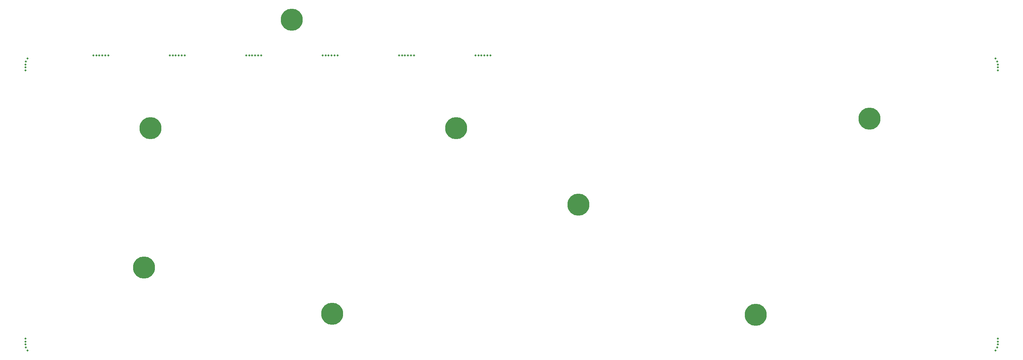
<source format=gbr>
%TF.GenerationSoftware,KiCad,Pcbnew,(7.0.0)*%
%TF.CreationDate,2023-05-06T02:08:23-05:00*%
%TF.ProjectId,Hull_V4N_Tray_Plate,48756c6c-5f56-4344-9e5f-547261795f50,rev?*%
%TF.SameCoordinates,Original*%
%TF.FileFunction,Soldermask,Bot*%
%TF.FilePolarity,Negative*%
%FSLAX46Y46*%
G04 Gerber Fmt 4.6, Leading zero omitted, Abs format (unit mm)*
G04 Created by KiCad (PCBNEW (7.0.0)) date 2023-05-06 02:08:23*
%MOMM*%
%LPD*%
G01*
G04 APERTURE LIST*
%ADD10C,0.500000*%
%ADD11C,5.500000*%
G04 APERTURE END LIST*
D10*
%TO.C,REF\u002A\u002A*%
X56887500Y-58154015D03*
X57627500Y-58154015D03*
X58367500Y-58154015D03*
X59107500Y-58154015D03*
X59847500Y-58154015D03*
X60587500Y-58154015D03*
%TD*%
%TO.C,REF\u002A\u002A*%
X75937500Y-58154015D03*
X76677500Y-58154015D03*
X77417500Y-58154015D03*
X78157500Y-58154015D03*
X78897500Y-58154015D03*
X79637500Y-58154015D03*
%TD*%
%TO.C,REF\u002A\u002A*%
X114037500Y-58154015D03*
X114777500Y-58154015D03*
X115517500Y-58154015D03*
X116257500Y-58154015D03*
X116997500Y-58154015D03*
X117737500Y-58154015D03*
%TD*%
%TO.C,REF\u002A\u002A*%
X94987500Y-58154015D03*
X95727500Y-58154015D03*
X96467500Y-58154015D03*
X97207500Y-58154015D03*
X97947500Y-58154015D03*
X98687500Y-58154015D03*
%TD*%
%TO.C,REF\u002A\u002A*%
X133087500Y-58154015D03*
X133827500Y-58154015D03*
X134567500Y-58154015D03*
X135307500Y-58154015D03*
X136047500Y-58154015D03*
X136787500Y-58154015D03*
%TD*%
%TO.C,REF\u002A\u002A*%
X37837500Y-58154015D03*
X40797500Y-58154015D03*
X38577500Y-58154015D03*
X40057500Y-58154015D03*
X39317500Y-58154015D03*
X41537500Y-58154015D03*
%TD*%
%TO.C,REF\u002A\u002A*%
X263275000Y-129380000D03*
X263275000Y-130120000D03*
X263275000Y-128640000D03*
X263125000Y-130860000D03*
X262725000Y-131600000D03*
%TD*%
D11*
%TO.C,*%
X202974795Y-122700400D03*
%TD*%
%TO.C,*%
X52037503Y-76200501D03*
%TD*%
%TO.C,*%
X97387502Y-122500402D03*
%TD*%
%TO.C,*%
X231274795Y-73900499D03*
%TD*%
D10*
%TO.C,REF\u002A\u002A*%
X21437502Y-58900001D03*
X20887502Y-61120001D03*
X20887502Y-60380001D03*
X20887502Y-61860001D03*
X21037502Y-59640001D03*
%TD*%
D11*
%TO.C,*%
X158724796Y-95300501D03*
%TD*%
%TO.C,*%
X128237502Y-76200501D03*
%TD*%
%TO.C,*%
X50487503Y-110950400D03*
%TD*%
%TO.C,*%
X87312500Y-49212500D03*
%TD*%
D10*
%TO.C,REF\u002A\u002A*%
X20887501Y-129380000D03*
X20887501Y-128640000D03*
X20887501Y-130120000D03*
X21437501Y-131600000D03*
X21037501Y-130860000D03*
%TD*%
%TO.C,REF\u002A\u002A*%
X263275000Y-60380001D03*
X263275000Y-61120001D03*
X262725000Y-58900001D03*
X263275000Y-61860001D03*
X263125000Y-59640001D03*
%TD*%
M02*

</source>
